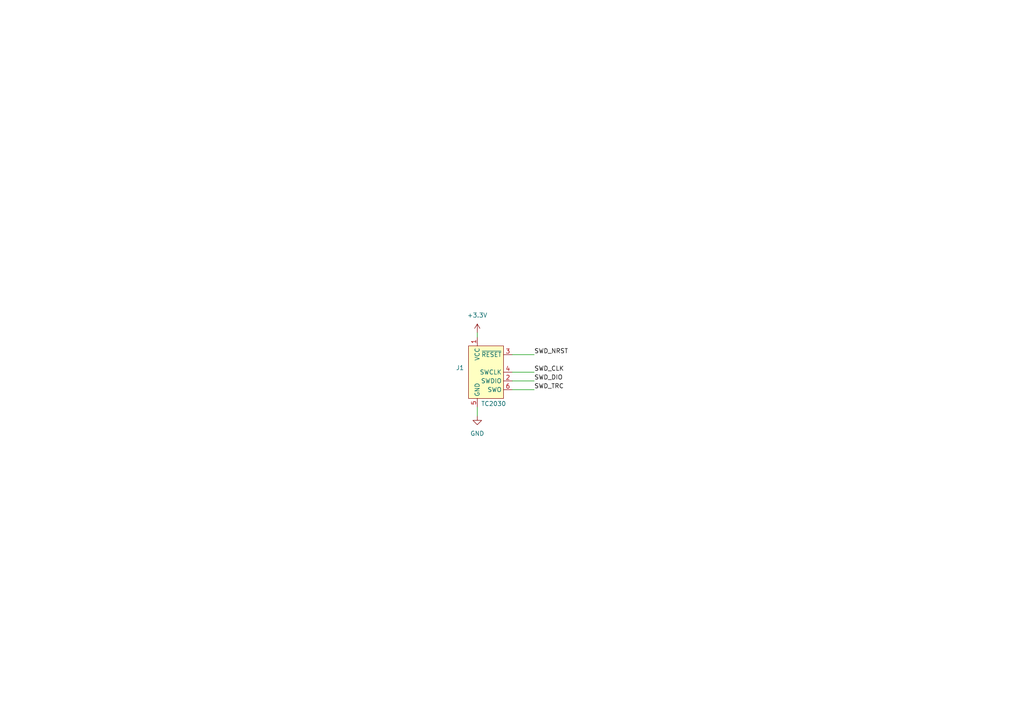
<source format=kicad_sch>
(kicad_sch (version 20250114) (generator "eeschema") (generator_version "9.0")
  (paper "A4")
  (lib_symbols
    (symbol "Connector:Conn_ARM_SWD_TagConnect_TC2030" (in_bom no)
      (property "Reference" "J" (at 2.54 11.43 0))
      (property "Value" "Conn_ARM_SWD_TagConnect_TC2030" (at 5.08 8.89 0))
      (symbol "Conn_ARM_SWD_TagConnect_TC2030_0_0"
        (pin power_in line (at -2.54 10.16 270) (length 2.54) (name "VCC") (number "1"))
        (pin power_in line (at -2.54 -10.16 90) (length 2.54) (name "GND") (number "5"))
        (pin open_collector line (at 7.62 5.08 180) (length 2.54) (name "~{RESET}") (number "3"))
        (pin output line (at 7.62 0 180) (length 2.54) (name "SWCLK") (number "4"))
        (pin bidirectional line (at 7.62 -2.54 180) (length 2.54) (name "SWDIO") (number "2"))
        (pin input line (at 7.62 -5.08 180) (length 2.54) (name "SWO") (number "6"))
      )
      (symbol "Conn_ARM_SWD_TagConnect_TC2030_0_1"
        (rectangle (start -5.08 7.62) (end 5.08 -7.62) (fill (type background)))
      )
    )
    (symbol "power:+3.3V" (power) (pin_numbers (hide yes)) (pin_names (offset 0) (hide yes))
      (property "Value" "+3.3V" (at 0 3.556 0))
      (symbol "+3.3V_0_1"
        (polyline (pts (xy -0.762 1.27) (xy 0 2.54)))
        (polyline (pts (xy 0 2.54) (xy 0.762 1.27)))
        (polyline (pts (xy 0 0) (xy 0 2.54)))
      )
      (symbol "+3.3V_1_1"
        (pin power_in line (at 0 0 90) (length 0) (name "~") (number "1"))
      )
    )
    (symbol "power:GND" (power) (pin_numbers (hide yes)) (pin_names (offset 0) (hide yes))
      (property "Value" "GND" (at 0 -3.81 0))
      (symbol "GND_0_1"
        (polyline (pts (xy 0 0) (xy 0 -1.27) (xy 1.27 -1.27) (xy 0 -2.54) (xy -1.27 -1.27) (xy 0 -1.27)))
      )
      (symbol "GND_1_1"
        (pin power_in line (at 0 0 270) (length 0) (name "~") (number "1"))
      )
    )
  )
  (wire (pts (xy 138.43 118.11) (xy 138.43 120.65)))
  (wire (pts (xy 148.59 110.49) (xy 154.94 110.49)))
  (wire (pts (xy 148.59 113.03) (xy 154.94 113.03)))
  (wire (pts (xy 154.94 102.87) (xy 148.59 102.87)))
  (wire (pts (xy 138.43 96.52) (xy 138.43 97.79)))
  (wire (pts (xy 148.59 107.95) (xy 154.94 107.95)))
  (label "SWD_NRST" (at 154.94 102.87 0))
  (label "SWD_CLK" (at 154.94 107.95 0))
  (label "SWD_DIO" (at 154.94 110.49 0))
  (label "SWD_TRC" (at 154.94 113.03 0))
  (symbol (lib_id "Connector:Conn_ARM_SWD_TagConnect_TC2030") (at 140.97 107.95 0) (unit 1) (in_bom no)
    (property "Reference" "J1" (at 134.62 106.6799 0) (effects (justify right)))
    (property "Value" "TC2030" (at 146.812 117.094 0) (effects (justify right)))
    (property "Footprint" "Connector:Tag-Connect_TC2030-IDC-FP_2x03_P1.27mm_Vertical" (effects (hide yes)))
    (property "Datasheet" "https://www.tag-connect.com/wp-content/uploads/bsk-pdf-manager/TC2030-CTX_1.pdf" (effects (hide yes)))
    (property "Description" "Tag-Connect ARM Cortex SWD JTAG connector, 6 pin" (effects (hide yes)))
  )
  (symbol (lib_id "power:GND") (at 138.43 120.65 0) (unit 1)
    (property "Reference" "#PWR012" (effects (hide yes)))
    (property "Value" "GND" (at 138.43 125.73 0))
    (property "Description" "Power symbol creates a global label with name \"GND\" , ground" (effects (hide yes)))
  )
  (symbol (lib_id "power:+3.3V") (at 138.43 96.52 0) (unit 1)
    (property "Reference" "#PWR013" (effects (hide yes)))
    (property "Value" "+3.3V" (at 138.43 91.44 0))
    (property "Description" "Power symbol creates a global label with name \"+3.3V\"" (effects (hide yes)))
  )
)
</source>
